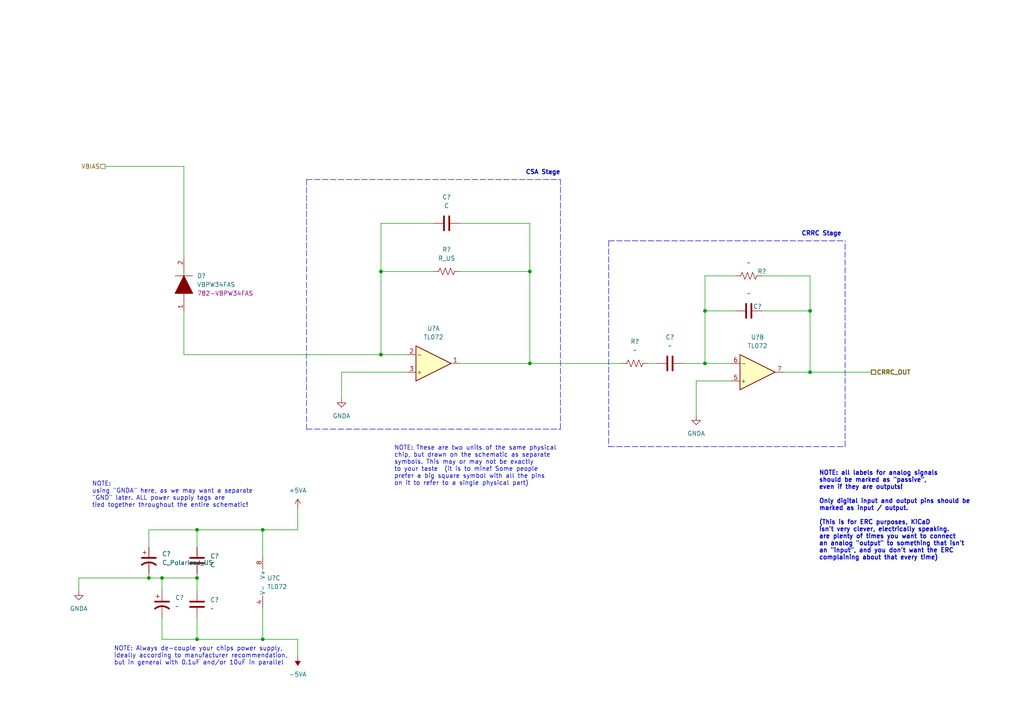
<source format=kicad_sch>
(kicad_sch (version 20211123) (generator eeschema)
  (paper "A4")
  (title_block (title "AITL Simple Cosmic Ray Detector") (company "University of Oxford") (comment 1 "design by: Dan Weatherill"))
  (lib_symbols
    (symbol "Amplifier_Operational:TL072" (pin_names (offset 0.127))
      (property "Reference" "U" (at 0 5.08 0))
      (property "Value" "TL072" (at 0 -5.08 0))
      (symbol "TL072_1_1"
        (polyline (pts (xy -5.08 5.08) (xy 5.08 0) (xy -5.08 -5.08) (xy -5.08 5.08)) (stroke (width 0.254)) (fill (type background)))
        (pin output line (at 7.62 0 180) (length 2.54) (name "~") (number "1"))
        (pin input line (at -7.62 -2.54 0) (length 2.54) (name "-") (number "2"))
        (pin input line (at -7.62 2.54 0) (length 2.54) (name "+") (number "3"))
      )
      (symbol "TL072_2_1"
        (polyline (pts (xy -5.08 5.08) (xy 5.08 0) (xy -5.08 -5.08) (xy -5.08 5.08)) (stroke (width 0.254)) (fill (type background)))
        (pin input line (at -7.62 2.54 0) (length 2.54) (name "+") (number "5"))
        (pin input line (at -7.62 -2.54 0) (length 2.54) (name "-") (number "6"))
        (pin output line (at 7.62 0 180) (length 2.54) (name "~") (number "7"))
      )
      (symbol "TL072_3_1"
        (pin power_in line (at -2.54 -7.62 90) (length 3.81) (name "V-") (number "4"))
        (pin power_in line (at -2.54 7.62 270) (length 3.81) (name "V+") (number "8"))
      )
    )
    (symbol "Device:C" (pin_numbers hide) (pin_names (offset 0.254))
      (property "Reference" "C" (at 0.635 2.54 0))
      (property "Value" "C" (at 0.635 -2.54 0))
      (symbol "C_0_1"
        (polyline (pts (xy -2.032 -0.762) (xy 2.032 -0.762)) (stroke (width 0.508)))
        (polyline (pts (xy -2.032 0.762) (xy 2.032 0.762)) (stroke (width 0.508)))
      )
      (symbol "C_1_1"
        (pin passive line (at 0 3.81 270) (length 2.794) (name "~") (number "1"))
        (pin passive line (at 0 -3.81 90) (length 2.794) (name "~") (number "2"))
      )
    )
    (symbol "Device:C_Polarized_US" (pin_numbers hide) (pin_names (offset 0.254) hide)
      (property "Reference" "C" (at 0.635 2.54 0))
      (property "Value" "C_Polarized_US" (at 0.635 -2.54 0))
      (symbol "C_Polarized_US_0_1"
        (polyline (pts (xy -2.032 0.762) (xy 2.032 0.762)) (stroke (width 0.508)))
        (polyline (pts (xy -1.778 2.286) (xy -0.762 2.286)))
        (polyline (pts (xy -1.27 1.778) (xy -1.27 2.794)))
        (arc (start 2.032 -1.27) (mid 0 -0.5572) (end -2.032 -1.27) (stroke (width 0.508)))
      )
      (symbol "C_Polarized_US_1_1"
        (pin passive line (at 0 3.81 270) (length 2.794) (name "~") (number "1"))
        (pin passive line (at 0 -3.81 90) (length 3.302) (name "~") (number "2"))
      )
    )
    (symbol "Device:R_US" (pin_numbers hide) (pin_names (offset 0))
      (property "Reference" "R" (at 2.54 0 90))
      (property "Value" "R_US" (at -2.54 0 90))
      (symbol "R_US_0_1"
        (polyline (pts (xy 0 -2.286) (xy 0 -2.54)))
        (polyline (pts (xy 0 2.286) (xy 0 2.54)))
        (polyline (pts (xy 0 -0.762) (xy 1.016 -1.143) (xy 0 -1.524) (xy -1.016 -1.905) (xy 0 -2.286)))
        (polyline (pts (xy 0 0.762) (xy 1.016 0.381) (xy 0 0) (xy -1.016 -0.381) (xy 0 -0.762)))
        (polyline (pts (xy 0 2.286) (xy 1.016 1.905) (xy 0 1.524) (xy -1.016 1.143) (xy 0 0.762)))
      )
      (symbol "R_US_1_1"
        (pin passive line (at 0 3.81 270) (length 1.27) (name "~") (number "1"))
        (pin passive line (at 0 -3.81 90) (length 1.27) (name "~") (number "2"))
      )
    )
    (symbol "cosmic_ray_symbols:VBPW34FAS" (pin_names (offset 0.762))
      (property "Reference" "D" (at 11.43 5.08 0))
      (property "Value" "VBPW34FAS" (at 11.43 2.54 0))
      (property "Mouser" "782-VBPW34FAS" (at 0 0 0))
      (symbol "VBPW34FAS_0_0"
        (pin passive line (at 15.24 0 180) (length 2.54) (name "~") (number "1"))
        (pin passive line (at 0 0 0) (length 2.54) (name "~") (number "2"))
      )
      (symbol "VBPW34FAS_0_1"
        (polyline (pts (xy 2.54 0) (xy 5.08 0)) (stroke (width 0.1524)))
        (polyline (pts (xy 5.08 2.54) (xy 5.08 -2.54)) (stroke (width 0.1524)))
        (polyline (pts (xy 10.16 0) (xy 12.7 0)) (stroke (width 0.1524)))
        (polyline (pts (xy 5.08 0) (xy 10.16 2.54) (xy 10.16 -2.54) (xy 5.08 0)) (stroke (width 0.254)) (fill (type outline)))
      )
    )
    (symbol "power:+5VA" (power) (pin_names (offset 0))
      (property "Value" "+5VA" (at 0 3.556 0))
      (symbol "+5VA_0_1"
        (polyline (pts (xy -0.762 1.27) (xy 0 2.54)))
        (polyline (pts (xy 0 0) (xy 0 2.54)))
        (polyline (pts (xy 0 2.54) (xy 0.762 1.27)))
      )
      (symbol "+5VA_1_1"
        (pin power_in line (at 0 0 90) (length 0) hide (name "+5VA") (number "1"))
      )
    )
    (symbol "power:-5VA" (power) (pin_names (offset 0))
      (property "Value" "-5VA" (at 0 3.81 0))
      (symbol "-5VA_0_0"
        (pin power_in line (at 0 0 90) (length 0) hide (name "-5VA") (number "1"))
      )
      (symbol "-5VA_0_1"
        (polyline (pts (xy 0 0) (xy 0 1.27) (xy 0.762 1.27) (xy 0 2.54) (xy -0.762 1.27) (xy 0 1.27)) (fill (type outline)))
      )
    )
    (symbol "power:GNDA" (power) (pin_names (offset 0))
      (property "Value" "GNDA" (at 0 -3.81 0))
      (symbol "GNDA_0_1"
        (polyline (pts (xy 0 0) (xy 0 -1.27) (xy 1.27 -1.27) (xy 0 -2.54) (xy -1.27 -1.27) (xy 0 -1.27)))
      )
      (symbol "GNDA_1_1"
        (pin power_in line (at 0 0 270) (length 0) hide (name "GNDA") (number "1"))
      )
    )
  )
  (junction (at 46.99 167.64))
  (junction (at 57.15 185.42))
  (junction (at 153.67 105.41))
  (junction (at 110.49 102.87))
  (junction (at 76.2 185.42))
  (junction (at 234.95 107.95))
  (junction (at 43.18 167.64))
  (junction (at 204.47 105.41))
  (junction (at 153.67 78.74))
  (junction (at 110.49 78.74))
  (junction (at 57.15 167.64))
  (junction (at 57.15 153.67))
  (junction (at 234.95 90.17))
  (junction (at 76.2 153.67))
  (junction (at 204.47 90.17))
  (wire (pts (xy 57.15 167.64) (xy 57.15 166.37)))
  (wire (pts (xy 46.99 185.42) (xy 57.15 185.42)))
  (wire (pts (xy 204.47 105.41) (xy 212.09 105.41)))
  (wire (pts (xy 22.86 171.45) (xy 22.86 167.64)))
  (wire (pts (xy 43.18 158.75) (xy 43.18 153.67)))
  (wire (pts (xy 76.2 161.29) (xy 76.2 153.67)))
  (polyline (pts (xy 88.9 52.07) (xy 88.9 124.46)))
  (wire (pts (xy 22.86 167.64) (xy 43.18 167.64)))
  (wire (pts (xy 201.93 110.49) (xy 201.93 120.65)))
  (wire (pts (xy 133.35 78.74) (xy 153.67 78.74)))
  (wire (pts (xy 76.2 185.42) (xy 76.2 176.53)))
  (polyline (pts (xy 176.53 69.85) (xy 245.11 69.85)))
  (wire (pts (xy 153.67 78.74) (xy 153.67 105.41)))
  (wire (pts (xy 86.36 185.42) (xy 76.2 185.42)))
  (wire (pts (xy 153.67 105.41) (xy 180.34 105.41)))
  (wire (pts (xy 110.49 64.77) (xy 125.73 64.77)))
  (polyline (pts (xy 88.9 124.46) (xy 162.56 124.46)))
  (wire (pts (xy 234.95 107.95) (xy 227.33 107.95)))
  (wire (pts (xy 46.99 167.64) (xy 57.15 167.64)))
  (polyline (pts (xy 176.53 129.54) (xy 245.11 129.54)))
  (wire (pts (xy 53.34 48.26) (xy 53.34 74.93)))
  (wire (pts (xy 57.15 153.67) (xy 57.15 158.75)))
  (polyline (pts (xy 176.53 69.85) (xy 176.53 129.54)))
  (wire (pts (xy 43.18 153.67) (xy 57.15 153.67)))
  (wire (pts (xy 57.15 179.07) (xy 57.15 185.42)))
  (wire (pts (xy 204.47 90.17) (xy 213.36 90.17)))
  (wire (pts (xy 99.06 115.57) (xy 99.06 107.95)))
  (polyline (pts (xy 245.11 129.54) (xy 245.11 69.85)))
  (wire (pts (xy 110.49 102.87) (xy 110.49 78.74)))
  (wire (pts (xy 153.67 105.41) (xy 133.35 105.41)))
  (wire (pts (xy 118.11 102.87) (xy 110.49 102.87)))
  (wire (pts (xy 213.36 80.01) (xy 204.47 80.01)))
  (wire (pts (xy 76.2 153.67) (xy 57.15 153.67)))
  (wire (pts (xy 46.99 179.07) (xy 46.99 185.42)))
  (wire (pts (xy 30.48 48.26) (xy 53.34 48.26)))
  (wire (pts (xy 204.47 105.41) (xy 204.47 90.17)))
  (wire (pts (xy 57.15 185.42) (xy 76.2 185.42)))
  (wire (pts (xy 234.95 80.01) (xy 234.95 90.17)))
  (wire (pts (xy 53.34 102.87) (xy 110.49 102.87)))
  (wire (pts (xy 86.36 147.32) (xy 86.36 153.67)))
  (wire (pts (xy 220.98 80.01) (xy 234.95 80.01)))
  (wire (pts (xy 43.18 166.37) (xy 43.18 167.64)))
  (wire (pts (xy 212.09 110.49) (xy 201.93 110.49)))
  (wire (pts (xy 99.06 107.95) (xy 118.11 107.95)))
  (wire (pts (xy 43.18 167.64) (xy 46.99 167.64)))
  (wire (pts (xy 220.98 90.17) (xy 234.95 90.17)))
  (wire (pts (xy 110.49 78.74) (xy 125.73 78.74)))
  (wire (pts (xy 153.67 64.77) (xy 153.67 78.74)))
  (wire (pts (xy 46.99 167.64) (xy 46.99 171.45)))
  (wire (pts (xy 53.34 90.17) (xy 53.34 102.87)))
  (wire (pts (xy 187.96 105.41) (xy 190.5 105.41)))
  (wire (pts (xy 234.95 90.17) (xy 234.95 107.95)))
  (wire (pts (xy 234.95 107.95) (xy 252.73 107.95)))
  (wire (pts (xy 110.49 78.74) (xy 110.49 64.77)))
  (wire (pts (xy 204.47 80.01) (xy 204.47 90.17)))
  (wire (pts (xy 198.12 105.41) (xy 204.47 105.41)))
  (wire (pts (xy 57.15 167.64) (xy 57.15 171.45)))
  (polyline (pts (xy 162.56 124.46) (xy 162.56 52.07)))
  (wire (pts (xy 133.35 64.77) (xy 153.67 64.77)))
  (polyline (pts (xy 88.9 52.07) (xy 162.56 52.07)))
  (wire (pts (xy 86.36 153.67) (xy 76.2 153.67)))
  (wire (pts (xy 86.36 190.5) (xy 86.36 185.42)))
  (text "CRRC Stage" (at 232.41 68.58 0) (effects (font (size 1.27 1.27) bold) (justify left bottom)))
  (text "NOTE: These are two units of the same physical\nchip, but drawn on the schematic as separate\nsymbols. This may or may not be exactly\nto your taste  (it is to mine! Some people\nprefer a big square symbol with all the pins\non it to refer to a single physical part)" (at 114.3 140.97 0) (effects (font (size 1.27 1.27)) (justify left bottom)))
  (text "NOTE: \nusing \"GNDA\" here, as we may want a separate\n\"GND\" later. ALL power supply tags are\ntied together throughout the entire schematic!" (at 26.67 147.32 0) (effects (font (size 1.27 1.27)) (justify left bottom)))
  (text "CSA Stage" (at 152.4 50.8 0) (effects (font (size 1.27 1.27) (thickness 0.254) bold) (justify left bottom)))
  (text "NOTE: all labels for analog signals\nshould be marked as \"passive\",\neven if they are outputs!\n\nOnly digital input and output pins should be\nmarked as input / output.\n\n(This is for ERC purposes, KiCaD \nisn't very clever, electrically speaking.\nare plenty of times you want to connect\nan analog \"output\" to something that isn't\nan \"input\", and you don't want the ERC\ncomplaining about that every time)" (at 237.49 162.56 0) (effects (font (size 1.27 1.27) bold) (justify left bottom)))
  (text "NOTE: Always de-couple your chips power supply,\nideally according to manufacturer recommendation,\nbut in general with 0.1uF and/or 10uF in parallel\n" (at 33.02 193.04 0) (effects (font (size 1.27 1.27)) (justify left bottom)))
  (hierarchical_label "VBIAS" (shape passive) (at 30.48 48.26 180))
  (hierarchical_label "CRRC_OUT" (shape passive) (at 252.73 107.95 0) (effects (font bold)))
  (symbol (lib_id "power:-5VA") (at 86.36 190.5 180) (unit 1)
    (property "Reference" "#PWR?" (effects hide))
    (property "Value" "-5VA" (at 86.36 195.58 0))
  )
  (symbol (lib_id "Amplifier_Operational:TL072") (at 219.71 107.95 0) (mirror x) (unit 2)
    (property "Reference" "U?" (at 219.71 97.79 0))
    (property "Value" "TL072" (at 219.71 100.33 0))
    (property "Datasheet" "http://www.ti.com/lit/ds/symlink/tl071.pdf" (effects hide))
  )
  (symbol (lib_id "Device:R_US") (at 217.17 80.01 90) (unit 1)
    (property "Reference" "R?" (at 220.98 78.74 90))
    (property "Value" "~" (at 217.17 76.2 90))
  )
  (symbol (lib_id "Device:C") (at 194.31 105.41 90) (unit 1)
    (property "Reference" "C?" (at 194.31 97.79 90))
    (property "Value" "~" (at 194.31 100.33 90))
  )
  (symbol (lib_id "Device:R_US") (at 129.54 78.74 90) (unit 1)
    (property "Reference" "R?" (at 129.54 72.39 90))
    (property "Value" "R_US" (at 129.54 74.93 90))
  )
  (symbol (lib_id "power:GNDA") (at 201.93 120.65 0) (unit 1)
    (property "Reference" "#PWR?" (effects hide))
    (property "Value" "GNDA" (at 201.93 125.73 0))
  )
  (symbol (lib_id "cosmic_ray_symbols:VBPW34FAS") (at 53.34 74.93 270) (unit 1)
    (property "Reference" "D?" (at 57.15 80.0099 90) (effects (justify left)))
    (property "Value" "VBPW34FAS" (at 57.15 82.5499 90) (effects (justify left)))
    (property "Footprint" "VBPW34FAS" (effects hide))
    (property "Datasheet" "https://componentsearchengine.com/Datasheets/2/VBPW34FAS.pdf" (effects hide))
    (property "Description" "PIN Photodiode 780-1050nm SMD2 GW Vishay VBPW34FAS IR Si Photodiode, +/-65 , SMD GW" (effects hide))
    (property "Height" "1.4" (effects hide))
    (property "Manufacturer_Name" "Vishay" (effects hide))
    (property "MPN" "VBPW34FAS" (effects hide))
    (property "Farnell" "1779701 " (effects hide))
    (property "Mouser" "782-VBPW34FAS" (at 57.15 85.0899 90) (effects (justify left)))
  )
  (symbol (lib_id "Device:C") (at 57.15 162.56 0) (unit 1)
    (property "Reference" "C?" (at 60.96 161.2899 0) (effects (justify left)))
    (property "Value" "C" (at 60.96 163.8299 0) (effects (justify left)))
  )
  (symbol (lib_id "power:+5VA") (at 86.36 147.32 0) (unit 1)
    (property "Reference" "#PWR?" (effects hide))
    (property "Value" "+5VA" (at 86.36 142.24 0))
  )
  (symbol (lib_id "Device:C_Polarized_US") (at 46.99 175.26 0) (unit 1)
    (property "Reference" "C?" (at 50.8 173.3549 0) (effects (justify left)))
    (property "Value" "~" (at 50.8 175.8949 0) (effects (justify left)))
  )
  (symbol (lib_id "Device:R_US") (at 184.15 105.41 90) (unit 1)
    (property "Reference" "R?" (at 184.15 99.06 90))
    (property "Value" "~" (at 184.15 101.6 90))
  )
  (symbol (lib_id "Device:C") (at 217.17 90.17 90) (unit 1)
    (property "Reference" "C?" (at 219.71 88.9 90))
    (property "Value" "~" (at 217.17 85.09 90))
  )
  (symbol (lib_id "Device:C_Polarized_US") (at 43.18 162.56 0) (unit 1)
    (property "Reference" "C?" (at 46.99 160.6549 0) (effects (justify left)))
    (property "Value" "C_Polarized_US" (at 46.99 163.1949 0) (effects (justify left)))
  )
  (symbol (lib_id "Device:C") (at 129.54 64.77 90) (unit 1)
    (property "Reference" "C?" (at 129.54 57.15 90))
    (property "Value" "C" (at 129.54 59.69 90))
  )
  (symbol (lib_id "power:GNDA") (at 99.06 115.57 0) (unit 1)
    (property "Reference" "#PWR?" (effects hide))
    (property "Value" "GNDA" (at 99.06 120.65 0))
  )
  (symbol (lib_id "power:GNDA") (at 22.86 171.45 0) (unit 1)
    (property "Reference" "#PWR?" (effects hide))
    (property "Value" "GNDA" (at 22.86 176.53 0))
  )
  (symbol (lib_id "Device:C") (at 57.15 175.26 0) (unit 1)
    (property "Reference" "C?" (at 60.96 173.9899 0) (effects (justify left)))
    (property "Value" "~" (at 60.96 176.5299 0) (effects (justify left)))
  )
  (symbol (lib_id "Amplifier_Operational:TL072") (at 125.73 105.41 0) (mirror x) (unit 1)
    (property "Reference" "U?" (at 125.73 95.25 0))
    (property "Value" "TL072" (at 125.73 97.79 0))
    (property "Datasheet" "http://www.ti.com/lit/ds/symlink/tl071.pdf" (effects hide))
  )
  (symbol (lib_id "Amplifier_Operational:TL072") (at 78.74 168.91 0) (unit 3)
    (property "Reference" "U?" (at 77.47 167.6399 0) (effects (justify left)))
    (property "Value" "TL072" (at 77.47 170.1799 0) (effects (justify left)))
    (property "Datasheet" "http://www.ti.com/lit/ds/symlink/tl071.pdf" (effects hide))
  )
)
</source>
